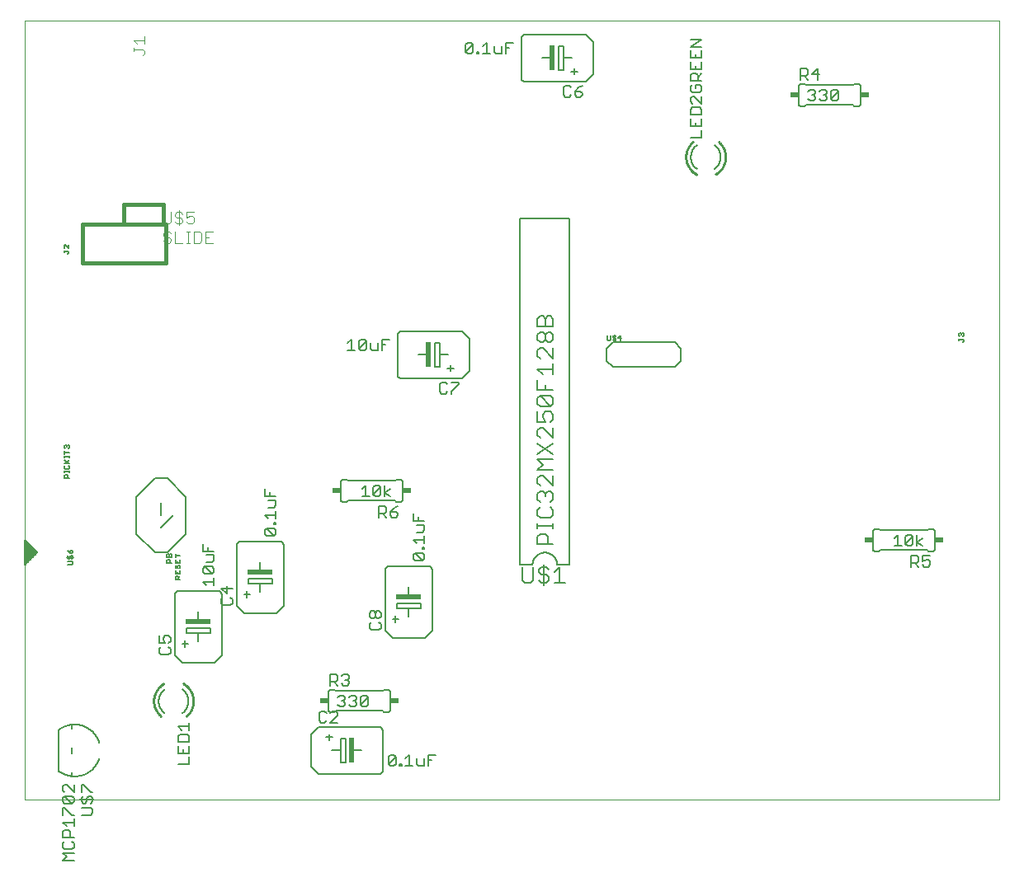
<source format=gto>
G75*
%MOIN*%
%OFA0B0*%
%FSLAX25Y25*%
%IPPOS*%
%LPD*%
%AMOC8*
5,1,8,0,0,1.08239X$1,22.5*
%
%ADD10C,0.00000*%
%ADD11C,0.00600*%
%ADD12C,0.00500*%
%ADD13R,0.02000X0.10000*%
%ADD14R,0.10000X0.02000*%
%ADD15C,0.00400*%
%ADD16C,0.01000*%
%ADD17R,0.03400X0.02400*%
%ADD18C,0.00800*%
%ADD19C,0.00700*%
%ADD20C,0.01600*%
D10*
X0001800Y0027394D02*
X0001800Y0342355D01*
X0395501Y0342355D01*
X0395501Y0027394D01*
X0001800Y0027394D01*
D11*
X0055800Y0067394D02*
X0055802Y0067546D01*
X0055808Y0067697D01*
X0055817Y0067848D01*
X0055831Y0068000D01*
X0055848Y0068150D01*
X0055869Y0068300D01*
X0055894Y0068450D01*
X0055922Y0068599D01*
X0055955Y0068747D01*
X0055991Y0068894D01*
X0056030Y0069041D01*
X0056074Y0069186D01*
X0056121Y0069330D01*
X0056172Y0069473D01*
X0056226Y0069614D01*
X0056284Y0069755D01*
X0056345Y0069893D01*
X0056410Y0070030D01*
X0056479Y0070166D01*
X0056550Y0070299D01*
X0056625Y0070431D01*
X0056704Y0070561D01*
X0056785Y0070688D01*
X0056870Y0070814D01*
X0056958Y0070938D01*
X0057049Y0071059D01*
X0057143Y0071178D01*
X0057241Y0071294D01*
X0057341Y0071408D01*
X0057443Y0071520D01*
X0057549Y0071628D01*
X0057657Y0071734D01*
X0057768Y0071838D01*
X0057882Y0071938D01*
X0057998Y0072036D01*
X0058117Y0072130D01*
X0067800Y0067394D02*
X0067798Y0067240D01*
X0067792Y0067086D01*
X0067782Y0066932D01*
X0067768Y0066778D01*
X0067751Y0066625D01*
X0067729Y0066473D01*
X0067703Y0066321D01*
X0067674Y0066169D01*
X0067640Y0066019D01*
X0067603Y0065869D01*
X0067562Y0065721D01*
X0067517Y0065573D01*
X0067468Y0065427D01*
X0067416Y0065282D01*
X0067360Y0065139D01*
X0067300Y0064996D01*
X0067237Y0064856D01*
X0067170Y0064717D01*
X0067099Y0064580D01*
X0067025Y0064445D01*
X0066948Y0064312D01*
X0066867Y0064180D01*
X0066783Y0064051D01*
X0066695Y0063924D01*
X0066604Y0063800D01*
X0066511Y0063678D01*
X0066413Y0063558D01*
X0066313Y0063441D01*
X0066210Y0063326D01*
X0066104Y0063214D01*
X0065996Y0063105D01*
X0065884Y0062999D01*
X0065770Y0062895D01*
X0065653Y0062795D01*
X0065534Y0062697D01*
X0065412Y0062603D01*
X0065287Y0062512D01*
X0067800Y0067394D02*
X0067798Y0067544D01*
X0067792Y0067695D01*
X0067783Y0067845D01*
X0067770Y0067994D01*
X0067753Y0068144D01*
X0067732Y0068293D01*
X0067708Y0068441D01*
X0067680Y0068589D01*
X0067648Y0068736D01*
X0067613Y0068882D01*
X0067573Y0069027D01*
X0067531Y0069171D01*
X0067484Y0069314D01*
X0067434Y0069456D01*
X0067381Y0069597D01*
X0067324Y0069736D01*
X0067264Y0069874D01*
X0067200Y0070010D01*
X0067133Y0070144D01*
X0067062Y0070277D01*
X0066988Y0070408D01*
X0066911Y0070537D01*
X0066830Y0070664D01*
X0066747Y0070789D01*
X0066660Y0070912D01*
X0066571Y0071033D01*
X0066478Y0071151D01*
X0066382Y0071267D01*
X0066284Y0071381D01*
X0066183Y0071492D01*
X0066078Y0071601D01*
X0065972Y0071706D01*
X0065862Y0071810D01*
X0065750Y0071910D01*
X0065636Y0072008D01*
X0065519Y0072102D01*
X0065400Y0072194D01*
X0055800Y0067394D02*
X0055802Y0067242D01*
X0055808Y0067091D01*
X0055817Y0066940D01*
X0055831Y0066788D01*
X0055848Y0066638D01*
X0055869Y0066488D01*
X0055894Y0066338D01*
X0055922Y0066189D01*
X0055955Y0066041D01*
X0055991Y0065894D01*
X0056030Y0065747D01*
X0056074Y0065602D01*
X0056121Y0065458D01*
X0056172Y0065315D01*
X0056226Y0065174D01*
X0056284Y0065033D01*
X0056345Y0064895D01*
X0056410Y0064758D01*
X0056479Y0064622D01*
X0056550Y0064489D01*
X0056625Y0064357D01*
X0056704Y0064227D01*
X0056785Y0064100D01*
X0056870Y0063974D01*
X0056958Y0063850D01*
X0057049Y0063729D01*
X0057143Y0063610D01*
X0057241Y0063494D01*
X0057341Y0063380D01*
X0057443Y0063268D01*
X0057549Y0063160D01*
X0057657Y0063054D01*
X0057768Y0062950D01*
X0057882Y0062850D01*
X0057998Y0062752D01*
X0058117Y0062658D01*
X0065300Y0082894D02*
X0062300Y0085894D01*
X0062300Y0110394D01*
X0062302Y0110470D01*
X0062308Y0110546D01*
X0062317Y0110621D01*
X0062331Y0110696D01*
X0062348Y0110770D01*
X0062369Y0110843D01*
X0062393Y0110915D01*
X0062422Y0110986D01*
X0062453Y0111055D01*
X0062488Y0111122D01*
X0062527Y0111187D01*
X0062569Y0111251D01*
X0062614Y0111312D01*
X0062662Y0111371D01*
X0062713Y0111427D01*
X0062767Y0111481D01*
X0062823Y0111532D01*
X0062882Y0111580D01*
X0062943Y0111625D01*
X0063007Y0111667D01*
X0063072Y0111706D01*
X0063139Y0111741D01*
X0063208Y0111772D01*
X0063279Y0111801D01*
X0063351Y0111825D01*
X0063424Y0111846D01*
X0063498Y0111863D01*
X0063573Y0111877D01*
X0063648Y0111886D01*
X0063724Y0111892D01*
X0063800Y0111894D01*
X0079800Y0111894D01*
X0079876Y0111892D01*
X0079952Y0111886D01*
X0080027Y0111877D01*
X0080102Y0111863D01*
X0080176Y0111846D01*
X0080249Y0111825D01*
X0080321Y0111801D01*
X0080392Y0111772D01*
X0080461Y0111741D01*
X0080528Y0111706D01*
X0080593Y0111667D01*
X0080657Y0111625D01*
X0080718Y0111580D01*
X0080777Y0111532D01*
X0080833Y0111481D01*
X0080887Y0111427D01*
X0080938Y0111371D01*
X0080986Y0111312D01*
X0081031Y0111251D01*
X0081073Y0111187D01*
X0081112Y0111122D01*
X0081147Y0111055D01*
X0081178Y0110986D01*
X0081207Y0110915D01*
X0081231Y0110843D01*
X0081252Y0110770D01*
X0081269Y0110696D01*
X0081283Y0110621D01*
X0081292Y0110546D01*
X0081298Y0110470D01*
X0081300Y0110394D01*
X0081300Y0085894D01*
X0078300Y0082894D01*
X0065300Y0082894D01*
X0066400Y0089094D02*
X0066400Y0091694D01*
X0065200Y0090394D02*
X0067700Y0090394D01*
X0067000Y0094894D02*
X0071800Y0094894D01*
X0076600Y0094894D01*
X0076600Y0096894D01*
X0067000Y0096894D01*
X0067000Y0094894D01*
X0071800Y0094894D02*
X0071800Y0091394D01*
X0071800Y0099894D02*
X0071800Y0103394D01*
X0087300Y0105894D02*
X0090300Y0102894D01*
X0103300Y0102894D01*
X0106300Y0105894D01*
X0106300Y0130394D01*
X0106298Y0130470D01*
X0106292Y0130546D01*
X0106283Y0130621D01*
X0106269Y0130696D01*
X0106252Y0130770D01*
X0106231Y0130843D01*
X0106207Y0130915D01*
X0106178Y0130986D01*
X0106147Y0131055D01*
X0106112Y0131122D01*
X0106073Y0131187D01*
X0106031Y0131251D01*
X0105986Y0131312D01*
X0105938Y0131371D01*
X0105887Y0131427D01*
X0105833Y0131481D01*
X0105777Y0131532D01*
X0105718Y0131580D01*
X0105657Y0131625D01*
X0105593Y0131667D01*
X0105528Y0131706D01*
X0105461Y0131741D01*
X0105392Y0131772D01*
X0105321Y0131801D01*
X0105249Y0131825D01*
X0105176Y0131846D01*
X0105102Y0131863D01*
X0105027Y0131877D01*
X0104952Y0131886D01*
X0104876Y0131892D01*
X0104800Y0131894D01*
X0088800Y0131894D01*
X0088724Y0131892D01*
X0088648Y0131886D01*
X0088573Y0131877D01*
X0088498Y0131863D01*
X0088424Y0131846D01*
X0088351Y0131825D01*
X0088279Y0131801D01*
X0088208Y0131772D01*
X0088139Y0131741D01*
X0088072Y0131706D01*
X0088007Y0131667D01*
X0087943Y0131625D01*
X0087882Y0131580D01*
X0087823Y0131532D01*
X0087767Y0131481D01*
X0087713Y0131427D01*
X0087662Y0131371D01*
X0087614Y0131312D01*
X0087569Y0131251D01*
X0087527Y0131187D01*
X0087488Y0131122D01*
X0087453Y0131055D01*
X0087422Y0130986D01*
X0087393Y0130915D01*
X0087369Y0130843D01*
X0087348Y0130770D01*
X0087331Y0130696D01*
X0087317Y0130621D01*
X0087308Y0130546D01*
X0087302Y0130470D01*
X0087300Y0130394D01*
X0087300Y0105894D01*
X0091400Y0109094D02*
X0091400Y0111694D01*
X0090200Y0110394D02*
X0092700Y0110394D01*
X0096800Y0111394D02*
X0096800Y0114894D01*
X0092000Y0114894D01*
X0092000Y0116894D01*
X0101600Y0116894D01*
X0101600Y0114894D01*
X0096800Y0114894D01*
X0096800Y0119894D02*
X0096800Y0123394D01*
X0129300Y0148894D02*
X0129300Y0155894D01*
X0129302Y0155954D01*
X0129307Y0156015D01*
X0129316Y0156074D01*
X0129329Y0156133D01*
X0129345Y0156192D01*
X0129365Y0156249D01*
X0129388Y0156304D01*
X0129415Y0156359D01*
X0129444Y0156411D01*
X0129477Y0156462D01*
X0129513Y0156511D01*
X0129551Y0156557D01*
X0129593Y0156601D01*
X0129637Y0156643D01*
X0129683Y0156681D01*
X0129732Y0156717D01*
X0129783Y0156750D01*
X0129835Y0156779D01*
X0129890Y0156806D01*
X0129945Y0156829D01*
X0130002Y0156849D01*
X0130061Y0156865D01*
X0130120Y0156878D01*
X0130179Y0156887D01*
X0130240Y0156892D01*
X0130300Y0156894D01*
X0131800Y0156894D01*
X0132300Y0156394D01*
X0151300Y0156394D01*
X0151800Y0156894D01*
X0153300Y0156894D01*
X0153360Y0156892D01*
X0153421Y0156887D01*
X0153480Y0156878D01*
X0153539Y0156865D01*
X0153598Y0156849D01*
X0153655Y0156829D01*
X0153710Y0156806D01*
X0153765Y0156779D01*
X0153817Y0156750D01*
X0153868Y0156717D01*
X0153917Y0156681D01*
X0153963Y0156643D01*
X0154007Y0156601D01*
X0154049Y0156557D01*
X0154087Y0156511D01*
X0154123Y0156462D01*
X0154156Y0156411D01*
X0154185Y0156359D01*
X0154212Y0156304D01*
X0154235Y0156249D01*
X0154255Y0156192D01*
X0154271Y0156133D01*
X0154284Y0156074D01*
X0154293Y0156015D01*
X0154298Y0155954D01*
X0154300Y0155894D01*
X0154300Y0148894D01*
X0154298Y0148834D01*
X0154293Y0148773D01*
X0154284Y0148714D01*
X0154271Y0148655D01*
X0154255Y0148596D01*
X0154235Y0148539D01*
X0154212Y0148484D01*
X0154185Y0148429D01*
X0154156Y0148377D01*
X0154123Y0148326D01*
X0154087Y0148277D01*
X0154049Y0148231D01*
X0154007Y0148187D01*
X0153963Y0148145D01*
X0153917Y0148107D01*
X0153868Y0148071D01*
X0153817Y0148038D01*
X0153765Y0148009D01*
X0153710Y0147982D01*
X0153655Y0147959D01*
X0153598Y0147939D01*
X0153539Y0147923D01*
X0153480Y0147910D01*
X0153421Y0147901D01*
X0153360Y0147896D01*
X0153300Y0147894D01*
X0151800Y0147894D01*
X0151300Y0148394D01*
X0132300Y0148394D01*
X0131800Y0147894D01*
X0130300Y0147894D01*
X0130240Y0147896D01*
X0130179Y0147901D01*
X0130120Y0147910D01*
X0130061Y0147923D01*
X0130002Y0147939D01*
X0129945Y0147959D01*
X0129890Y0147982D01*
X0129835Y0148009D01*
X0129783Y0148038D01*
X0129732Y0148071D01*
X0129683Y0148107D01*
X0129637Y0148145D01*
X0129593Y0148187D01*
X0129551Y0148231D01*
X0129513Y0148277D01*
X0129477Y0148326D01*
X0129444Y0148377D01*
X0129415Y0148429D01*
X0129388Y0148484D01*
X0129365Y0148539D01*
X0129345Y0148596D01*
X0129329Y0148655D01*
X0129316Y0148714D01*
X0129307Y0148773D01*
X0129302Y0148834D01*
X0129300Y0148894D01*
X0148800Y0121894D02*
X0164800Y0121894D01*
X0164876Y0121892D01*
X0164952Y0121886D01*
X0165027Y0121877D01*
X0165102Y0121863D01*
X0165176Y0121846D01*
X0165249Y0121825D01*
X0165321Y0121801D01*
X0165392Y0121772D01*
X0165461Y0121741D01*
X0165528Y0121706D01*
X0165593Y0121667D01*
X0165657Y0121625D01*
X0165718Y0121580D01*
X0165777Y0121532D01*
X0165833Y0121481D01*
X0165887Y0121427D01*
X0165938Y0121371D01*
X0165986Y0121312D01*
X0166031Y0121251D01*
X0166073Y0121187D01*
X0166112Y0121122D01*
X0166147Y0121055D01*
X0166178Y0120986D01*
X0166207Y0120915D01*
X0166231Y0120843D01*
X0166252Y0120770D01*
X0166269Y0120696D01*
X0166283Y0120621D01*
X0166292Y0120546D01*
X0166298Y0120470D01*
X0166300Y0120394D01*
X0166300Y0095894D01*
X0163300Y0092894D01*
X0150300Y0092894D01*
X0147300Y0095894D01*
X0147300Y0120394D01*
X0147302Y0120470D01*
X0147308Y0120546D01*
X0147317Y0120621D01*
X0147331Y0120696D01*
X0147348Y0120770D01*
X0147369Y0120843D01*
X0147393Y0120915D01*
X0147422Y0120986D01*
X0147453Y0121055D01*
X0147488Y0121122D01*
X0147527Y0121187D01*
X0147569Y0121251D01*
X0147614Y0121312D01*
X0147662Y0121371D01*
X0147713Y0121427D01*
X0147767Y0121481D01*
X0147823Y0121532D01*
X0147882Y0121580D01*
X0147943Y0121625D01*
X0148007Y0121667D01*
X0148072Y0121706D01*
X0148139Y0121741D01*
X0148208Y0121772D01*
X0148279Y0121801D01*
X0148351Y0121825D01*
X0148424Y0121846D01*
X0148498Y0121863D01*
X0148573Y0121877D01*
X0148648Y0121886D01*
X0148724Y0121892D01*
X0148800Y0121894D01*
X0156800Y0113394D02*
X0156800Y0109894D01*
X0156800Y0104894D02*
X0152000Y0104894D01*
X0152000Y0106894D01*
X0161600Y0106894D01*
X0161600Y0104894D01*
X0156800Y0104894D01*
X0156800Y0101394D01*
X0152700Y0100394D02*
X0150200Y0100394D01*
X0151400Y0101694D02*
X0151400Y0099094D01*
X0148300Y0071894D02*
X0146800Y0071894D01*
X0146300Y0071394D01*
X0127300Y0071394D01*
X0126800Y0071894D01*
X0125300Y0071894D01*
X0125240Y0071892D01*
X0125179Y0071887D01*
X0125120Y0071878D01*
X0125061Y0071865D01*
X0125002Y0071849D01*
X0124945Y0071829D01*
X0124890Y0071806D01*
X0124835Y0071779D01*
X0124783Y0071750D01*
X0124732Y0071717D01*
X0124683Y0071681D01*
X0124637Y0071643D01*
X0124593Y0071601D01*
X0124551Y0071557D01*
X0124513Y0071511D01*
X0124477Y0071462D01*
X0124444Y0071411D01*
X0124415Y0071359D01*
X0124388Y0071304D01*
X0124365Y0071249D01*
X0124345Y0071192D01*
X0124329Y0071133D01*
X0124316Y0071074D01*
X0124307Y0071015D01*
X0124302Y0070954D01*
X0124300Y0070894D01*
X0124300Y0063894D01*
X0124302Y0063834D01*
X0124307Y0063773D01*
X0124316Y0063714D01*
X0124329Y0063655D01*
X0124345Y0063596D01*
X0124365Y0063539D01*
X0124388Y0063484D01*
X0124415Y0063429D01*
X0124444Y0063377D01*
X0124477Y0063326D01*
X0124513Y0063277D01*
X0124551Y0063231D01*
X0124593Y0063187D01*
X0124637Y0063145D01*
X0124683Y0063107D01*
X0124732Y0063071D01*
X0124783Y0063038D01*
X0124835Y0063009D01*
X0124890Y0062982D01*
X0124945Y0062959D01*
X0125002Y0062939D01*
X0125061Y0062923D01*
X0125120Y0062910D01*
X0125179Y0062901D01*
X0125240Y0062896D01*
X0125300Y0062894D01*
X0126800Y0062894D01*
X0127300Y0063394D01*
X0146300Y0063394D01*
X0146800Y0062894D01*
X0148300Y0062894D01*
X0148360Y0062896D01*
X0148421Y0062901D01*
X0148480Y0062910D01*
X0148539Y0062923D01*
X0148598Y0062939D01*
X0148655Y0062959D01*
X0148710Y0062982D01*
X0148765Y0063009D01*
X0148817Y0063038D01*
X0148868Y0063071D01*
X0148917Y0063107D01*
X0148963Y0063145D01*
X0149007Y0063187D01*
X0149049Y0063231D01*
X0149087Y0063277D01*
X0149123Y0063326D01*
X0149156Y0063377D01*
X0149185Y0063429D01*
X0149212Y0063484D01*
X0149235Y0063539D01*
X0149255Y0063596D01*
X0149271Y0063655D01*
X0149284Y0063714D01*
X0149293Y0063773D01*
X0149298Y0063834D01*
X0149300Y0063894D01*
X0149300Y0070894D01*
X0149298Y0070954D01*
X0149293Y0071015D01*
X0149284Y0071074D01*
X0149271Y0071133D01*
X0149255Y0071192D01*
X0149235Y0071249D01*
X0149212Y0071304D01*
X0149185Y0071359D01*
X0149156Y0071411D01*
X0149123Y0071462D01*
X0149087Y0071511D01*
X0149049Y0071557D01*
X0149007Y0071601D01*
X0148963Y0071643D01*
X0148917Y0071681D01*
X0148868Y0071717D01*
X0148817Y0071750D01*
X0148765Y0071779D01*
X0148710Y0071806D01*
X0148655Y0071829D01*
X0148598Y0071849D01*
X0148539Y0071865D01*
X0148480Y0071878D01*
X0148421Y0071887D01*
X0148360Y0071892D01*
X0148300Y0071894D01*
X0144800Y0056894D02*
X0120300Y0056894D01*
X0117300Y0053894D01*
X0117300Y0040894D01*
X0120300Y0037894D01*
X0144800Y0037894D01*
X0144876Y0037896D01*
X0144952Y0037902D01*
X0145027Y0037911D01*
X0145102Y0037925D01*
X0145176Y0037942D01*
X0145249Y0037963D01*
X0145321Y0037987D01*
X0145392Y0038016D01*
X0145461Y0038047D01*
X0145528Y0038082D01*
X0145593Y0038121D01*
X0145657Y0038163D01*
X0145718Y0038208D01*
X0145777Y0038256D01*
X0145833Y0038307D01*
X0145887Y0038361D01*
X0145938Y0038417D01*
X0145986Y0038476D01*
X0146031Y0038537D01*
X0146073Y0038601D01*
X0146112Y0038666D01*
X0146147Y0038733D01*
X0146178Y0038802D01*
X0146207Y0038873D01*
X0146231Y0038945D01*
X0146252Y0039018D01*
X0146269Y0039092D01*
X0146283Y0039167D01*
X0146292Y0039242D01*
X0146298Y0039318D01*
X0146300Y0039394D01*
X0146300Y0055394D01*
X0146298Y0055470D01*
X0146292Y0055546D01*
X0146283Y0055621D01*
X0146269Y0055696D01*
X0146252Y0055770D01*
X0146231Y0055843D01*
X0146207Y0055915D01*
X0146178Y0055986D01*
X0146147Y0056055D01*
X0146112Y0056122D01*
X0146073Y0056187D01*
X0146031Y0056251D01*
X0145986Y0056312D01*
X0145938Y0056371D01*
X0145887Y0056427D01*
X0145833Y0056481D01*
X0145777Y0056532D01*
X0145718Y0056580D01*
X0145657Y0056625D01*
X0145593Y0056667D01*
X0145528Y0056706D01*
X0145461Y0056741D01*
X0145392Y0056772D01*
X0145321Y0056801D01*
X0145249Y0056825D01*
X0145176Y0056846D01*
X0145102Y0056863D01*
X0145027Y0056877D01*
X0144952Y0056886D01*
X0144876Y0056892D01*
X0144800Y0056894D01*
X0137800Y0047394D02*
X0134300Y0047394D01*
X0129300Y0047394D02*
X0129300Y0042594D01*
X0131300Y0042594D01*
X0131300Y0052194D01*
X0129300Y0052194D01*
X0129300Y0047394D01*
X0125800Y0047394D01*
X0124800Y0051494D02*
X0124800Y0053994D01*
X0126100Y0052794D02*
X0123500Y0052794D01*
X0201800Y0122394D02*
X0201800Y0262394D01*
X0221800Y0262394D01*
X0221800Y0122894D01*
X0221800Y0122394D02*
X0216800Y0122394D01*
X0216798Y0122534D01*
X0216792Y0122674D01*
X0216782Y0122814D01*
X0216769Y0122954D01*
X0216751Y0123093D01*
X0216729Y0123232D01*
X0216704Y0123369D01*
X0216675Y0123507D01*
X0216642Y0123643D01*
X0216605Y0123778D01*
X0216564Y0123912D01*
X0216519Y0124045D01*
X0216471Y0124177D01*
X0216419Y0124307D01*
X0216364Y0124436D01*
X0216305Y0124563D01*
X0216242Y0124689D01*
X0216176Y0124813D01*
X0216107Y0124934D01*
X0216034Y0125054D01*
X0215957Y0125172D01*
X0215878Y0125287D01*
X0215795Y0125401D01*
X0215709Y0125511D01*
X0215620Y0125620D01*
X0215528Y0125726D01*
X0215433Y0125829D01*
X0215336Y0125930D01*
X0215235Y0126027D01*
X0215132Y0126122D01*
X0215026Y0126214D01*
X0214917Y0126303D01*
X0214807Y0126389D01*
X0214693Y0126472D01*
X0214578Y0126551D01*
X0214460Y0126628D01*
X0214340Y0126701D01*
X0214219Y0126770D01*
X0214095Y0126836D01*
X0213969Y0126899D01*
X0213842Y0126958D01*
X0213713Y0127013D01*
X0213583Y0127065D01*
X0213451Y0127113D01*
X0213318Y0127158D01*
X0213184Y0127199D01*
X0213049Y0127236D01*
X0212913Y0127269D01*
X0212775Y0127298D01*
X0212638Y0127323D01*
X0212499Y0127345D01*
X0212360Y0127363D01*
X0212220Y0127376D01*
X0212080Y0127386D01*
X0211940Y0127392D01*
X0211800Y0127394D01*
X0211660Y0127392D01*
X0211520Y0127386D01*
X0211380Y0127376D01*
X0211240Y0127363D01*
X0211101Y0127345D01*
X0210962Y0127323D01*
X0210825Y0127298D01*
X0210687Y0127269D01*
X0210551Y0127236D01*
X0210416Y0127199D01*
X0210282Y0127158D01*
X0210149Y0127113D01*
X0210017Y0127065D01*
X0209887Y0127013D01*
X0209758Y0126958D01*
X0209631Y0126899D01*
X0209505Y0126836D01*
X0209381Y0126770D01*
X0209260Y0126701D01*
X0209140Y0126628D01*
X0209022Y0126551D01*
X0208907Y0126472D01*
X0208793Y0126389D01*
X0208683Y0126303D01*
X0208574Y0126214D01*
X0208468Y0126122D01*
X0208365Y0126027D01*
X0208264Y0125930D01*
X0208167Y0125829D01*
X0208072Y0125726D01*
X0207980Y0125620D01*
X0207891Y0125511D01*
X0207805Y0125401D01*
X0207722Y0125287D01*
X0207643Y0125172D01*
X0207566Y0125054D01*
X0207493Y0124934D01*
X0207424Y0124813D01*
X0207358Y0124689D01*
X0207295Y0124563D01*
X0207236Y0124436D01*
X0207181Y0124307D01*
X0207129Y0124177D01*
X0207081Y0124045D01*
X0207036Y0123912D01*
X0206995Y0123778D01*
X0206958Y0123643D01*
X0206925Y0123507D01*
X0206896Y0123369D01*
X0206871Y0123232D01*
X0206849Y0123093D01*
X0206831Y0122954D01*
X0206818Y0122814D01*
X0206808Y0122674D01*
X0206802Y0122534D01*
X0206800Y0122394D01*
X0201800Y0122394D01*
X0178300Y0197894D02*
X0153800Y0197894D01*
X0153724Y0197896D01*
X0153648Y0197902D01*
X0153573Y0197911D01*
X0153498Y0197925D01*
X0153424Y0197942D01*
X0153351Y0197963D01*
X0153279Y0197987D01*
X0153208Y0198016D01*
X0153139Y0198047D01*
X0153072Y0198082D01*
X0153007Y0198121D01*
X0152943Y0198163D01*
X0152882Y0198208D01*
X0152823Y0198256D01*
X0152767Y0198307D01*
X0152713Y0198361D01*
X0152662Y0198417D01*
X0152614Y0198476D01*
X0152569Y0198537D01*
X0152527Y0198601D01*
X0152488Y0198666D01*
X0152453Y0198733D01*
X0152422Y0198802D01*
X0152393Y0198873D01*
X0152369Y0198945D01*
X0152348Y0199018D01*
X0152331Y0199092D01*
X0152317Y0199167D01*
X0152308Y0199242D01*
X0152302Y0199318D01*
X0152300Y0199394D01*
X0152300Y0215394D01*
X0152302Y0215470D01*
X0152308Y0215546D01*
X0152317Y0215621D01*
X0152331Y0215696D01*
X0152348Y0215770D01*
X0152369Y0215843D01*
X0152393Y0215915D01*
X0152422Y0215986D01*
X0152453Y0216055D01*
X0152488Y0216122D01*
X0152527Y0216187D01*
X0152569Y0216251D01*
X0152614Y0216312D01*
X0152662Y0216371D01*
X0152713Y0216427D01*
X0152767Y0216481D01*
X0152823Y0216532D01*
X0152882Y0216580D01*
X0152943Y0216625D01*
X0153007Y0216667D01*
X0153072Y0216706D01*
X0153139Y0216741D01*
X0153208Y0216772D01*
X0153279Y0216801D01*
X0153351Y0216825D01*
X0153424Y0216846D01*
X0153498Y0216863D01*
X0153573Y0216877D01*
X0153648Y0216886D01*
X0153724Y0216892D01*
X0153800Y0216894D01*
X0178300Y0216894D01*
X0181300Y0213894D01*
X0181300Y0200894D01*
X0178300Y0197894D01*
X0175100Y0201994D02*
X0172500Y0201994D01*
X0173800Y0200794D02*
X0173800Y0203294D01*
X0172800Y0207394D02*
X0169300Y0207394D01*
X0169300Y0202594D01*
X0167300Y0202594D01*
X0167300Y0212194D01*
X0169300Y0212194D01*
X0169300Y0207394D01*
X0164300Y0207394D02*
X0160800Y0207394D01*
X0270800Y0287394D02*
X0270802Y0287548D01*
X0270808Y0287702D01*
X0270818Y0287856D01*
X0270832Y0288010D01*
X0270849Y0288163D01*
X0270871Y0288315D01*
X0270897Y0288467D01*
X0270926Y0288619D01*
X0270960Y0288769D01*
X0270997Y0288919D01*
X0271038Y0289067D01*
X0271083Y0289215D01*
X0271132Y0289361D01*
X0271184Y0289506D01*
X0271240Y0289649D01*
X0271300Y0289792D01*
X0271363Y0289932D01*
X0271430Y0290071D01*
X0271501Y0290208D01*
X0271575Y0290343D01*
X0271652Y0290476D01*
X0271733Y0290608D01*
X0271817Y0290737D01*
X0271905Y0290864D01*
X0271996Y0290988D01*
X0272089Y0291110D01*
X0272187Y0291230D01*
X0272287Y0291347D01*
X0272390Y0291462D01*
X0272496Y0291574D01*
X0272604Y0291683D01*
X0272716Y0291789D01*
X0272830Y0291893D01*
X0272947Y0291993D01*
X0273066Y0292091D01*
X0273188Y0292185D01*
X0273313Y0292276D01*
X0282800Y0287394D02*
X0282798Y0287242D01*
X0282792Y0287091D01*
X0282783Y0286940D01*
X0282769Y0286788D01*
X0282752Y0286638D01*
X0282731Y0286488D01*
X0282706Y0286338D01*
X0282678Y0286189D01*
X0282645Y0286041D01*
X0282609Y0285894D01*
X0282570Y0285747D01*
X0282526Y0285602D01*
X0282479Y0285458D01*
X0282428Y0285315D01*
X0282374Y0285174D01*
X0282316Y0285033D01*
X0282255Y0284895D01*
X0282190Y0284758D01*
X0282121Y0284622D01*
X0282050Y0284489D01*
X0281975Y0284357D01*
X0281896Y0284227D01*
X0281815Y0284100D01*
X0281730Y0283974D01*
X0281642Y0283850D01*
X0281551Y0283729D01*
X0281457Y0283610D01*
X0281359Y0283494D01*
X0281259Y0283380D01*
X0281157Y0283268D01*
X0281051Y0283160D01*
X0280943Y0283054D01*
X0280832Y0282950D01*
X0280718Y0282850D01*
X0280602Y0282752D01*
X0280483Y0282658D01*
X0282800Y0287394D02*
X0282798Y0287546D01*
X0282792Y0287697D01*
X0282783Y0287848D01*
X0282769Y0288000D01*
X0282752Y0288150D01*
X0282731Y0288300D01*
X0282706Y0288450D01*
X0282678Y0288599D01*
X0282645Y0288747D01*
X0282609Y0288894D01*
X0282570Y0289041D01*
X0282526Y0289186D01*
X0282479Y0289330D01*
X0282428Y0289473D01*
X0282374Y0289614D01*
X0282316Y0289755D01*
X0282255Y0289893D01*
X0282190Y0290030D01*
X0282121Y0290166D01*
X0282050Y0290299D01*
X0281975Y0290431D01*
X0281896Y0290561D01*
X0281815Y0290688D01*
X0281730Y0290814D01*
X0281642Y0290938D01*
X0281551Y0291059D01*
X0281457Y0291178D01*
X0281359Y0291294D01*
X0281259Y0291408D01*
X0281157Y0291520D01*
X0281051Y0291628D01*
X0280943Y0291734D01*
X0280832Y0291838D01*
X0280718Y0291938D01*
X0280602Y0292036D01*
X0280483Y0292130D01*
X0270800Y0287394D02*
X0270802Y0287244D01*
X0270808Y0287093D01*
X0270817Y0286943D01*
X0270830Y0286794D01*
X0270847Y0286644D01*
X0270868Y0286495D01*
X0270892Y0286347D01*
X0270920Y0286199D01*
X0270952Y0286052D01*
X0270987Y0285906D01*
X0271027Y0285761D01*
X0271069Y0285617D01*
X0271116Y0285474D01*
X0271166Y0285332D01*
X0271219Y0285191D01*
X0271276Y0285052D01*
X0271336Y0284914D01*
X0271400Y0284778D01*
X0271467Y0284644D01*
X0271538Y0284511D01*
X0271612Y0284380D01*
X0271689Y0284251D01*
X0271770Y0284124D01*
X0271853Y0283999D01*
X0271940Y0283876D01*
X0272029Y0283755D01*
X0272122Y0283637D01*
X0272218Y0283521D01*
X0272316Y0283407D01*
X0272417Y0283296D01*
X0272522Y0283187D01*
X0272628Y0283082D01*
X0272738Y0282978D01*
X0272850Y0282878D01*
X0272964Y0282780D01*
X0273081Y0282686D01*
X0273200Y0282594D01*
X0314300Y0308894D02*
X0314300Y0315894D01*
X0314302Y0315954D01*
X0314307Y0316015D01*
X0314316Y0316074D01*
X0314329Y0316133D01*
X0314345Y0316192D01*
X0314365Y0316249D01*
X0314388Y0316304D01*
X0314415Y0316359D01*
X0314444Y0316411D01*
X0314477Y0316462D01*
X0314513Y0316511D01*
X0314551Y0316557D01*
X0314593Y0316601D01*
X0314637Y0316643D01*
X0314683Y0316681D01*
X0314732Y0316717D01*
X0314783Y0316750D01*
X0314835Y0316779D01*
X0314890Y0316806D01*
X0314945Y0316829D01*
X0315002Y0316849D01*
X0315061Y0316865D01*
X0315120Y0316878D01*
X0315179Y0316887D01*
X0315240Y0316892D01*
X0315300Y0316894D01*
X0316800Y0316894D01*
X0317300Y0316394D01*
X0336300Y0316394D01*
X0336800Y0316894D01*
X0338300Y0316894D01*
X0338360Y0316892D01*
X0338421Y0316887D01*
X0338480Y0316878D01*
X0338539Y0316865D01*
X0338598Y0316849D01*
X0338655Y0316829D01*
X0338710Y0316806D01*
X0338765Y0316779D01*
X0338817Y0316750D01*
X0338868Y0316717D01*
X0338917Y0316681D01*
X0338963Y0316643D01*
X0339007Y0316601D01*
X0339049Y0316557D01*
X0339087Y0316511D01*
X0339123Y0316462D01*
X0339156Y0316411D01*
X0339185Y0316359D01*
X0339212Y0316304D01*
X0339235Y0316249D01*
X0339255Y0316192D01*
X0339271Y0316133D01*
X0339284Y0316074D01*
X0339293Y0316015D01*
X0339298Y0315954D01*
X0339300Y0315894D01*
X0339300Y0308894D01*
X0339298Y0308834D01*
X0339293Y0308773D01*
X0339284Y0308714D01*
X0339271Y0308655D01*
X0339255Y0308596D01*
X0339235Y0308539D01*
X0339212Y0308484D01*
X0339185Y0308429D01*
X0339156Y0308377D01*
X0339123Y0308326D01*
X0339087Y0308277D01*
X0339049Y0308231D01*
X0339007Y0308187D01*
X0338963Y0308145D01*
X0338917Y0308107D01*
X0338868Y0308071D01*
X0338817Y0308038D01*
X0338765Y0308009D01*
X0338710Y0307982D01*
X0338655Y0307959D01*
X0338598Y0307939D01*
X0338539Y0307923D01*
X0338480Y0307910D01*
X0338421Y0307901D01*
X0338360Y0307896D01*
X0338300Y0307894D01*
X0336800Y0307894D01*
X0336300Y0308394D01*
X0317300Y0308394D01*
X0316800Y0307894D01*
X0315300Y0307894D01*
X0315240Y0307896D01*
X0315179Y0307901D01*
X0315120Y0307910D01*
X0315061Y0307923D01*
X0315002Y0307939D01*
X0314945Y0307959D01*
X0314890Y0307982D01*
X0314835Y0308009D01*
X0314783Y0308038D01*
X0314732Y0308071D01*
X0314683Y0308107D01*
X0314637Y0308145D01*
X0314593Y0308187D01*
X0314551Y0308231D01*
X0314513Y0308277D01*
X0314477Y0308326D01*
X0314444Y0308377D01*
X0314415Y0308429D01*
X0314388Y0308484D01*
X0314365Y0308539D01*
X0314345Y0308596D01*
X0314329Y0308655D01*
X0314316Y0308714D01*
X0314307Y0308773D01*
X0314302Y0308834D01*
X0314300Y0308894D01*
X0231300Y0320894D02*
X0231300Y0333894D01*
X0228300Y0336894D01*
X0203800Y0336894D01*
X0203724Y0336892D01*
X0203648Y0336886D01*
X0203573Y0336877D01*
X0203498Y0336863D01*
X0203424Y0336846D01*
X0203351Y0336825D01*
X0203279Y0336801D01*
X0203208Y0336772D01*
X0203139Y0336741D01*
X0203072Y0336706D01*
X0203007Y0336667D01*
X0202943Y0336625D01*
X0202882Y0336580D01*
X0202823Y0336532D01*
X0202767Y0336481D01*
X0202713Y0336427D01*
X0202662Y0336371D01*
X0202614Y0336312D01*
X0202569Y0336251D01*
X0202527Y0336187D01*
X0202488Y0336122D01*
X0202453Y0336055D01*
X0202422Y0335986D01*
X0202393Y0335915D01*
X0202369Y0335843D01*
X0202348Y0335770D01*
X0202331Y0335696D01*
X0202317Y0335621D01*
X0202308Y0335546D01*
X0202302Y0335470D01*
X0202300Y0335394D01*
X0202300Y0319394D01*
X0202302Y0319318D01*
X0202308Y0319242D01*
X0202317Y0319167D01*
X0202331Y0319092D01*
X0202348Y0319018D01*
X0202369Y0318945D01*
X0202393Y0318873D01*
X0202422Y0318802D01*
X0202453Y0318733D01*
X0202488Y0318666D01*
X0202527Y0318601D01*
X0202569Y0318537D01*
X0202614Y0318476D01*
X0202662Y0318417D01*
X0202713Y0318361D01*
X0202767Y0318307D01*
X0202823Y0318256D01*
X0202882Y0318208D01*
X0202943Y0318163D01*
X0203007Y0318121D01*
X0203072Y0318082D01*
X0203139Y0318047D01*
X0203208Y0318016D01*
X0203279Y0317987D01*
X0203351Y0317963D01*
X0203424Y0317942D01*
X0203498Y0317925D01*
X0203573Y0317911D01*
X0203648Y0317902D01*
X0203724Y0317896D01*
X0203800Y0317894D01*
X0228300Y0317894D01*
X0231300Y0320894D01*
X0225100Y0321994D02*
X0222500Y0321994D01*
X0223800Y0320794D02*
X0223800Y0323294D01*
X0219300Y0322594D02*
X0219300Y0327394D01*
X0219300Y0332194D01*
X0217300Y0332194D01*
X0217300Y0322594D01*
X0219300Y0322594D01*
X0219300Y0327394D02*
X0222800Y0327394D01*
X0214300Y0327394D02*
X0210800Y0327394D01*
X0345300Y0136894D02*
X0346800Y0136894D01*
X0347300Y0136394D01*
X0366300Y0136394D01*
X0366800Y0136894D01*
X0368300Y0136894D01*
X0368360Y0136892D01*
X0368421Y0136887D01*
X0368480Y0136878D01*
X0368539Y0136865D01*
X0368598Y0136849D01*
X0368655Y0136829D01*
X0368710Y0136806D01*
X0368765Y0136779D01*
X0368817Y0136750D01*
X0368868Y0136717D01*
X0368917Y0136681D01*
X0368963Y0136643D01*
X0369007Y0136601D01*
X0369049Y0136557D01*
X0369087Y0136511D01*
X0369123Y0136462D01*
X0369156Y0136411D01*
X0369185Y0136359D01*
X0369212Y0136304D01*
X0369235Y0136249D01*
X0369255Y0136192D01*
X0369271Y0136133D01*
X0369284Y0136074D01*
X0369293Y0136015D01*
X0369298Y0135954D01*
X0369300Y0135894D01*
X0369300Y0128894D01*
X0369298Y0128834D01*
X0369293Y0128773D01*
X0369284Y0128714D01*
X0369271Y0128655D01*
X0369255Y0128596D01*
X0369235Y0128539D01*
X0369212Y0128484D01*
X0369185Y0128429D01*
X0369156Y0128377D01*
X0369123Y0128326D01*
X0369087Y0128277D01*
X0369049Y0128231D01*
X0369007Y0128187D01*
X0368963Y0128145D01*
X0368917Y0128107D01*
X0368868Y0128071D01*
X0368817Y0128038D01*
X0368765Y0128009D01*
X0368710Y0127982D01*
X0368655Y0127959D01*
X0368598Y0127939D01*
X0368539Y0127923D01*
X0368480Y0127910D01*
X0368421Y0127901D01*
X0368360Y0127896D01*
X0368300Y0127894D01*
X0366800Y0127894D01*
X0366300Y0128394D01*
X0347300Y0128394D01*
X0346800Y0127894D01*
X0345300Y0127894D01*
X0345240Y0127896D01*
X0345179Y0127901D01*
X0345120Y0127910D01*
X0345061Y0127923D01*
X0345002Y0127939D01*
X0344945Y0127959D01*
X0344890Y0127982D01*
X0344835Y0128009D01*
X0344783Y0128038D01*
X0344732Y0128071D01*
X0344683Y0128107D01*
X0344637Y0128145D01*
X0344593Y0128187D01*
X0344551Y0128231D01*
X0344513Y0128277D01*
X0344477Y0128326D01*
X0344444Y0128377D01*
X0344415Y0128429D01*
X0344388Y0128484D01*
X0344365Y0128539D01*
X0344345Y0128596D01*
X0344329Y0128655D01*
X0344316Y0128714D01*
X0344307Y0128773D01*
X0344302Y0128834D01*
X0344300Y0128894D01*
X0344300Y0135894D01*
X0344302Y0135954D01*
X0344307Y0136015D01*
X0344316Y0136074D01*
X0344329Y0136133D01*
X0344345Y0136192D01*
X0344365Y0136249D01*
X0344388Y0136304D01*
X0344415Y0136359D01*
X0344444Y0136411D01*
X0344477Y0136462D01*
X0344513Y0136511D01*
X0344551Y0136557D01*
X0344593Y0136601D01*
X0344637Y0136643D01*
X0344683Y0136681D01*
X0344732Y0136717D01*
X0344783Y0136750D01*
X0344835Y0136779D01*
X0344890Y0136806D01*
X0344945Y0136829D01*
X0345002Y0136849D01*
X0345061Y0136865D01*
X0345120Y0136878D01*
X0345179Y0136887D01*
X0345240Y0136892D01*
X0345300Y0136894D01*
D12*
X0018547Y0004418D02*
X0017046Y0002917D01*
X0021550Y0002917D01*
X0021550Y0005919D02*
X0017046Y0005919D01*
X0018547Y0004418D01*
X0017797Y0007521D02*
X0020799Y0007521D01*
X0021550Y0008271D01*
X0021550Y0009773D01*
X0020799Y0010523D01*
X0020049Y0012125D02*
X0020049Y0014376D01*
X0019298Y0015127D01*
X0017797Y0015127D01*
X0017046Y0014376D01*
X0017046Y0012125D01*
X0021550Y0012125D01*
X0017797Y0010523D02*
X0017046Y0009773D01*
X0017046Y0008271D01*
X0017797Y0007521D01*
X0018547Y0016728D02*
X0017046Y0018230D01*
X0021550Y0018230D01*
X0021550Y0019731D02*
X0021550Y0016728D01*
X0021550Y0021332D02*
X0020799Y0021332D01*
X0017797Y0024335D01*
X0017046Y0024335D01*
X0017046Y0021332D01*
X0017797Y0025936D02*
X0017046Y0026687D01*
X0017046Y0028188D01*
X0017797Y0028939D01*
X0020799Y0025936D01*
X0021550Y0026687D01*
X0021550Y0028188D01*
X0020799Y0028939D01*
X0017797Y0028939D01*
X0017797Y0030540D02*
X0017046Y0031291D01*
X0017046Y0032792D01*
X0017797Y0033543D01*
X0018547Y0033543D01*
X0021550Y0030540D01*
X0021550Y0033543D01*
X0024546Y0033543D02*
X0024546Y0030540D01*
X0025297Y0028939D02*
X0024546Y0028188D01*
X0024546Y0026687D01*
X0025297Y0025936D01*
X0026047Y0025936D01*
X0026798Y0026687D01*
X0026798Y0028188D01*
X0027549Y0028939D01*
X0028299Y0028939D01*
X0029050Y0028188D01*
X0029050Y0026687D01*
X0028299Y0025936D01*
X0028299Y0024335D02*
X0024546Y0024335D01*
X0024546Y0021332D02*
X0028299Y0021332D01*
X0029050Y0022083D01*
X0029050Y0023584D01*
X0028299Y0024335D01*
X0029801Y0027438D02*
X0023796Y0027438D01*
X0020799Y0025936D02*
X0017797Y0025936D01*
X0024546Y0033543D02*
X0025297Y0033543D01*
X0028299Y0030540D01*
X0029050Y0030540D01*
X0020800Y0036942D02*
X0020800Y0038521D01*
X0015300Y0039148D02*
X0015300Y0055640D01*
X0020800Y0056267D02*
X0020800Y0057847D01*
X0020800Y0048521D02*
X0020800Y0046267D01*
X0015300Y0055640D02*
X0015499Y0055793D01*
X0015701Y0055941D01*
X0015906Y0056084D01*
X0016115Y0056222D01*
X0016327Y0056355D01*
X0016542Y0056483D01*
X0016760Y0056605D01*
X0016981Y0056723D01*
X0017205Y0056835D01*
X0017431Y0056942D01*
X0017660Y0057043D01*
X0017891Y0057139D01*
X0018125Y0057230D01*
X0018360Y0057315D01*
X0018598Y0057394D01*
X0018837Y0057467D01*
X0019078Y0057535D01*
X0019320Y0057597D01*
X0019564Y0057653D01*
X0019810Y0057704D01*
X0020056Y0057748D01*
X0020303Y0057787D01*
X0020551Y0057819D01*
X0020800Y0057846D01*
X0031833Y0044298D02*
X0031755Y0044056D01*
X0031671Y0043816D01*
X0031582Y0043578D01*
X0031486Y0043342D01*
X0031385Y0043108D01*
X0031279Y0042877D01*
X0031166Y0042649D01*
X0031049Y0042423D01*
X0030926Y0042200D01*
X0030797Y0041981D01*
X0030663Y0041764D01*
X0030524Y0041551D01*
X0030380Y0041341D01*
X0030231Y0041135D01*
X0030077Y0040933D01*
X0029918Y0040734D01*
X0029754Y0040539D01*
X0029585Y0040348D01*
X0029412Y0040162D01*
X0029235Y0039979D01*
X0029053Y0039801D01*
X0028867Y0039628D01*
X0028676Y0039459D01*
X0028482Y0039295D01*
X0028284Y0039135D01*
X0028082Y0038980D01*
X0027876Y0038831D01*
X0027667Y0038686D01*
X0027454Y0038546D01*
X0027238Y0038412D01*
X0027018Y0038283D01*
X0026796Y0038159D01*
X0026571Y0038040D01*
X0026343Y0037928D01*
X0026112Y0037820D01*
X0025879Y0037719D01*
X0025643Y0037623D01*
X0025405Y0037532D01*
X0025165Y0037448D01*
X0024923Y0037369D01*
X0024679Y0037296D01*
X0024433Y0037230D01*
X0024186Y0037169D01*
X0023938Y0037114D01*
X0023688Y0037065D01*
X0023437Y0037022D01*
X0023185Y0036986D01*
X0022933Y0036955D01*
X0022679Y0036931D01*
X0022426Y0036913D01*
X0022171Y0036901D01*
X0021917Y0036895D01*
X0021662Y0036895D01*
X0021408Y0036901D01*
X0021154Y0036914D01*
X0020900Y0036933D01*
X0020647Y0036958D01*
X0020394Y0036989D01*
X0020142Y0037026D01*
X0019892Y0037069D01*
X0019642Y0037118D01*
X0019393Y0037173D01*
X0019146Y0037235D01*
X0018901Y0037302D01*
X0018657Y0037375D01*
X0018415Y0037454D01*
X0018176Y0037539D01*
X0017938Y0037630D01*
X0017702Y0037727D01*
X0017469Y0037829D01*
X0017239Y0037937D01*
X0017011Y0038050D01*
X0016786Y0038169D01*
X0016564Y0038293D01*
X0016345Y0038422D01*
X0016129Y0038557D01*
X0015916Y0038697D01*
X0015707Y0038843D01*
X0015502Y0038993D01*
X0015300Y0039148D01*
X0020800Y0057846D02*
X0021055Y0057868D01*
X0021311Y0057883D01*
X0021567Y0057891D01*
X0021824Y0057894D01*
X0022080Y0057890D01*
X0022336Y0057880D01*
X0022592Y0057864D01*
X0022847Y0057842D01*
X0023102Y0057813D01*
X0023356Y0057778D01*
X0023609Y0057737D01*
X0023861Y0057690D01*
X0024111Y0057636D01*
X0024360Y0057577D01*
X0024608Y0057511D01*
X0024854Y0057440D01*
X0025099Y0057362D01*
X0025341Y0057279D01*
X0025581Y0057190D01*
X0025819Y0057094D01*
X0026055Y0056993D01*
X0026288Y0056887D01*
X0026518Y0056774D01*
X0026746Y0056656D01*
X0026970Y0056533D01*
X0027192Y0056404D01*
X0027410Y0056270D01*
X0027625Y0056130D01*
X0027836Y0055985D01*
X0028044Y0055835D01*
X0028248Y0055681D01*
X0028449Y0055521D01*
X0028645Y0055356D01*
X0028837Y0055187D01*
X0029026Y0055012D01*
X0029209Y0054834D01*
X0029389Y0054651D01*
X0029564Y0054463D01*
X0029734Y0054272D01*
X0029899Y0054076D01*
X0030060Y0053876D01*
X0030216Y0053673D01*
X0030366Y0053466D01*
X0030512Y0053255D01*
X0030653Y0053040D01*
X0030788Y0052823D01*
X0030918Y0052602D01*
X0031042Y0052378D01*
X0031161Y0052151D01*
X0031274Y0051921D01*
X0031382Y0051688D01*
X0031484Y0051453D01*
X0031580Y0051215D01*
X0031670Y0050976D01*
X0031755Y0050734D01*
X0031833Y0050490D01*
X0063546Y0050936D02*
X0063546Y0053188D01*
X0064297Y0053939D01*
X0067299Y0053939D01*
X0068050Y0053188D01*
X0068050Y0050936D01*
X0063546Y0050936D01*
X0063546Y0049335D02*
X0063546Y0046332D01*
X0068050Y0046332D01*
X0068050Y0049335D01*
X0065798Y0047834D02*
X0065798Y0046332D01*
X0068050Y0044731D02*
X0068050Y0041728D01*
X0063546Y0041728D01*
X0065047Y0055540D02*
X0063546Y0057042D01*
X0068050Y0057042D01*
X0068050Y0058543D02*
X0068050Y0055540D01*
X0059799Y0086144D02*
X0056797Y0086144D01*
X0056046Y0086895D01*
X0056046Y0088396D01*
X0056797Y0089147D01*
X0056046Y0090748D02*
X0058298Y0090748D01*
X0057547Y0092249D01*
X0057547Y0093000D01*
X0058298Y0093751D01*
X0059799Y0093751D01*
X0060550Y0093000D01*
X0060550Y0091499D01*
X0059799Y0090748D01*
X0059799Y0089147D02*
X0060550Y0088396D01*
X0060550Y0086895D01*
X0059799Y0086144D01*
X0056046Y0090748D02*
X0056046Y0093751D01*
X0062548Y0116595D02*
X0062548Y0117546D01*
X0062865Y0117862D01*
X0063499Y0117862D01*
X0063816Y0117546D01*
X0063816Y0116595D01*
X0063816Y0117229D02*
X0064450Y0117862D01*
X0064450Y0118805D02*
X0064450Y0120072D01*
X0064133Y0121015D02*
X0064450Y0121331D01*
X0064450Y0121965D01*
X0064133Y0122282D01*
X0063816Y0122282D01*
X0063499Y0121965D01*
X0063499Y0121331D01*
X0063182Y0121015D01*
X0062865Y0121015D01*
X0062548Y0121331D01*
X0062548Y0121965D01*
X0062865Y0122282D01*
X0062548Y0123224D02*
X0064450Y0123224D01*
X0064450Y0124492D01*
X0063499Y0123858D02*
X0063499Y0123224D01*
X0062548Y0123224D02*
X0062548Y0124492D01*
X0062548Y0125434D02*
X0062548Y0126702D01*
X0062548Y0126068D02*
X0064450Y0126068D01*
X0060950Y0126385D02*
X0060950Y0125434D01*
X0059048Y0125434D01*
X0059048Y0126385D01*
X0059365Y0126702D01*
X0059682Y0126702D01*
X0059999Y0126385D01*
X0059999Y0125434D01*
X0059999Y0124492D02*
X0060316Y0124175D01*
X0060316Y0123224D01*
X0060950Y0123224D02*
X0059048Y0123224D01*
X0059048Y0124175D01*
X0059365Y0124492D01*
X0059999Y0124492D01*
X0059999Y0126385D02*
X0060316Y0126702D01*
X0060633Y0126702D01*
X0060950Y0126385D01*
X0062548Y0120072D02*
X0062548Y0118805D01*
X0064450Y0118805D01*
X0063499Y0118805D02*
X0063499Y0119439D01*
X0064450Y0116595D02*
X0062548Y0116595D01*
X0073546Y0115645D02*
X0078050Y0115645D01*
X0078050Y0114144D02*
X0078050Y0117147D01*
X0077299Y0118748D02*
X0074297Y0121751D01*
X0077299Y0121751D01*
X0078050Y0121000D01*
X0078050Y0119499D01*
X0077299Y0118748D01*
X0074297Y0118748D01*
X0073546Y0119499D01*
X0073546Y0121000D01*
X0074297Y0121751D01*
X0075047Y0123352D02*
X0077299Y0123352D01*
X0078050Y0124103D01*
X0078050Y0126355D01*
X0075047Y0126355D01*
X0075798Y0127956D02*
X0075798Y0129457D01*
X0078050Y0127956D02*
X0073546Y0127956D01*
X0073546Y0130959D01*
X0061800Y0142394D02*
X0056800Y0137394D01*
X0056800Y0142394D02*
X0056800Y0147394D01*
X0073546Y0115645D02*
X0075047Y0114144D01*
X0081046Y0113000D02*
X0083298Y0110748D01*
X0083298Y0113751D01*
X0085550Y0113000D02*
X0081046Y0113000D01*
X0081797Y0109147D02*
X0081046Y0108396D01*
X0081046Y0106895D01*
X0081797Y0106144D01*
X0084799Y0106144D01*
X0085550Y0106895D01*
X0085550Y0108396D01*
X0084799Y0109147D01*
X0099297Y0134144D02*
X0098546Y0134895D01*
X0098546Y0136396D01*
X0099297Y0137147D01*
X0102299Y0134144D01*
X0103050Y0134895D01*
X0103050Y0136396D01*
X0102299Y0137147D01*
X0099297Y0137147D01*
X0099297Y0134144D02*
X0102299Y0134144D01*
X0102299Y0138748D02*
X0102299Y0139499D01*
X0103050Y0139499D01*
X0103050Y0138748D01*
X0102299Y0138748D01*
X0103050Y0141050D02*
X0103050Y0144053D01*
X0103050Y0142551D02*
X0098546Y0142551D01*
X0100047Y0141050D01*
X0100047Y0145654D02*
X0102299Y0145654D01*
X0103050Y0146405D01*
X0103050Y0148657D01*
X0100047Y0148657D01*
X0100798Y0150258D02*
X0100798Y0151759D01*
X0098546Y0150258D02*
X0098546Y0153260D01*
X0098546Y0150258D02*
X0103050Y0150258D01*
X0137906Y0150144D02*
X0140908Y0150144D01*
X0139407Y0150144D02*
X0139407Y0154648D01*
X0137906Y0153147D01*
X0142509Y0153897D02*
X0142509Y0150895D01*
X0145512Y0153897D01*
X0145512Y0150895D01*
X0144761Y0150144D01*
X0143260Y0150144D01*
X0142509Y0150895D01*
X0142509Y0153897D02*
X0143260Y0154648D01*
X0144761Y0154648D01*
X0145512Y0153897D01*
X0147113Y0154648D02*
X0147113Y0150144D01*
X0147113Y0151645D02*
X0149365Y0153147D01*
X0147113Y0151645D02*
X0149365Y0150144D01*
X0147094Y0146148D02*
X0147845Y0145397D01*
X0147845Y0143896D01*
X0147094Y0143145D01*
X0144842Y0143145D01*
X0144842Y0141644D02*
X0144842Y0146148D01*
X0147094Y0146148D01*
X0146343Y0143145D02*
X0147845Y0141644D01*
X0149446Y0142395D02*
X0150197Y0141644D01*
X0151698Y0141644D01*
X0152449Y0142395D01*
X0152449Y0143145D01*
X0151698Y0143896D01*
X0149446Y0143896D01*
X0149446Y0142395D01*
X0149446Y0143896D02*
X0150947Y0145397D01*
X0152449Y0146148D01*
X0158546Y0143260D02*
X0158546Y0140258D01*
X0163050Y0140258D01*
X0163050Y0138657D02*
X0160047Y0138657D01*
X0160798Y0140258D02*
X0160798Y0141759D01*
X0163050Y0138657D02*
X0163050Y0136405D01*
X0162299Y0135654D01*
X0160047Y0135654D01*
X0163050Y0134053D02*
X0163050Y0131050D01*
X0163050Y0132551D02*
X0158546Y0132551D01*
X0160047Y0131050D01*
X0162299Y0129499D02*
X0163050Y0129499D01*
X0163050Y0128748D01*
X0162299Y0128748D01*
X0162299Y0129499D01*
X0162299Y0127147D02*
X0159297Y0127147D01*
X0162299Y0124144D01*
X0163050Y0124895D01*
X0163050Y0126396D01*
X0162299Y0127147D01*
X0159297Y0127147D02*
X0158546Y0126396D01*
X0158546Y0124895D01*
X0159297Y0124144D01*
X0162299Y0124144D01*
X0144799Y0103751D02*
X0145550Y0103000D01*
X0145550Y0101499D01*
X0144799Y0100748D01*
X0144049Y0100748D01*
X0143298Y0101499D01*
X0143298Y0103000D01*
X0144049Y0103751D01*
X0144799Y0103751D01*
X0143298Y0103000D02*
X0142547Y0103751D01*
X0141797Y0103751D01*
X0141046Y0103000D01*
X0141046Y0101499D01*
X0141797Y0100748D01*
X0142547Y0100748D01*
X0143298Y0101499D01*
X0141797Y0099147D02*
X0141046Y0098396D01*
X0141046Y0096895D01*
X0141797Y0096144D01*
X0144799Y0096144D01*
X0145550Y0096895D01*
X0145550Y0098396D01*
X0144799Y0099147D01*
X0131906Y0078148D02*
X0130405Y0078148D01*
X0129654Y0077397D01*
X0128053Y0077397D02*
X0128053Y0075896D01*
X0127302Y0075145D01*
X0125050Y0075145D01*
X0125050Y0073644D02*
X0125050Y0078148D01*
X0127302Y0078148D01*
X0128053Y0077397D01*
X0126551Y0075145D02*
X0128053Y0073644D01*
X0129654Y0074395D02*
X0130405Y0073644D01*
X0131906Y0073644D01*
X0132656Y0074395D01*
X0132656Y0075145D01*
X0131906Y0075896D01*
X0131155Y0075896D01*
X0131906Y0075896D02*
X0132656Y0076647D01*
X0132656Y0077397D01*
X0131906Y0078148D01*
X0130402Y0069648D02*
X0131153Y0068897D01*
X0131153Y0068147D01*
X0130402Y0067396D01*
X0131153Y0066645D01*
X0131153Y0065895D01*
X0130402Y0065144D01*
X0128901Y0065144D01*
X0128150Y0065895D01*
X0129651Y0067396D02*
X0130402Y0067396D01*
X0130402Y0069648D02*
X0128901Y0069648D01*
X0128150Y0068897D01*
X0132754Y0068897D02*
X0133505Y0069648D01*
X0135006Y0069648D01*
X0135756Y0068897D01*
X0135756Y0068147D01*
X0135006Y0067396D01*
X0135756Y0066645D01*
X0135756Y0065895D01*
X0135006Y0065144D01*
X0133505Y0065144D01*
X0132754Y0065895D01*
X0134255Y0067396D02*
X0135006Y0067396D01*
X0137358Y0065895D02*
X0138108Y0065144D01*
X0139610Y0065144D01*
X0140360Y0065895D01*
X0140360Y0068897D01*
X0137358Y0065895D01*
X0137358Y0068897D01*
X0138108Y0069648D01*
X0139610Y0069648D01*
X0140360Y0068897D01*
X0128156Y0062397D02*
X0128156Y0061647D01*
X0125154Y0058644D01*
X0128156Y0058644D01*
X0128156Y0062397D02*
X0127406Y0063148D01*
X0125905Y0063148D01*
X0125154Y0062397D01*
X0123553Y0062397D02*
X0122802Y0063148D01*
X0121301Y0063148D01*
X0120550Y0062397D01*
X0120550Y0059395D01*
X0121301Y0058644D01*
X0122802Y0058644D01*
X0123553Y0059395D01*
X0148550Y0044897D02*
X0148550Y0041895D01*
X0151553Y0044897D01*
X0151553Y0041895D01*
X0150802Y0041144D01*
X0149301Y0041144D01*
X0148550Y0041895D01*
X0148550Y0044897D02*
X0149301Y0045648D01*
X0150802Y0045648D01*
X0151553Y0044897D01*
X0153154Y0041895D02*
X0153905Y0041895D01*
X0153905Y0041144D01*
X0153154Y0041144D01*
X0153154Y0041895D01*
X0155456Y0041144D02*
X0158458Y0041144D01*
X0156957Y0041144D02*
X0156957Y0045648D01*
X0155456Y0044147D01*
X0160060Y0044147D02*
X0160060Y0041895D01*
X0160810Y0041144D01*
X0163062Y0041144D01*
X0163062Y0044147D01*
X0164664Y0043396D02*
X0166165Y0043396D01*
X0164664Y0041144D02*
X0164664Y0045648D01*
X0167666Y0045648D01*
X0021050Y0122961D02*
X0021050Y0123595D01*
X0020733Y0123912D01*
X0019148Y0123912D01*
X0019465Y0124854D02*
X0019148Y0125171D01*
X0019148Y0125805D01*
X0019465Y0126122D01*
X0020099Y0125805D02*
X0020099Y0125171D01*
X0019782Y0124854D01*
X0019465Y0124854D01*
X0018831Y0125488D02*
X0021367Y0125488D01*
X0021050Y0125805D02*
X0020733Y0126122D01*
X0020416Y0126122D01*
X0020099Y0125805D01*
X0021050Y0125805D02*
X0021050Y0125171D01*
X0020733Y0124854D01*
X0021050Y0122961D02*
X0020733Y0122644D01*
X0019148Y0122644D01*
X0020099Y0127064D02*
X0020099Y0128015D01*
X0020416Y0128332D01*
X0020733Y0128332D01*
X0021050Y0128015D01*
X0021050Y0127381D01*
X0020733Y0127064D01*
X0020099Y0127064D01*
X0019465Y0127698D01*
X0019148Y0128332D01*
X0006800Y0127394D02*
X0001800Y0132394D01*
X0001800Y0122394D01*
X0006800Y0127394D01*
X0006599Y0127595D02*
X0001800Y0127595D01*
X0001800Y0128093D02*
X0006101Y0128093D01*
X0005602Y0128592D02*
X0001800Y0128592D01*
X0001800Y0129091D02*
X0005104Y0129091D01*
X0004605Y0129589D02*
X0001800Y0129589D01*
X0001800Y0130088D02*
X0004107Y0130088D01*
X0003608Y0130586D02*
X0001800Y0130586D01*
X0001800Y0131085D02*
X0003110Y0131085D01*
X0002611Y0131583D02*
X0001800Y0131583D01*
X0001800Y0132082D02*
X0002113Y0132082D01*
X0001800Y0127096D02*
X0006502Y0127096D01*
X0006004Y0126598D02*
X0001800Y0126598D01*
X0001800Y0126099D02*
X0005505Y0126099D01*
X0005007Y0125601D02*
X0001800Y0125601D01*
X0001800Y0125102D02*
X0004508Y0125102D01*
X0004010Y0124604D02*
X0001800Y0124604D01*
X0001800Y0124105D02*
X0003511Y0124105D01*
X0003013Y0123607D02*
X0001800Y0123607D01*
X0001800Y0123108D02*
X0002514Y0123108D01*
X0002016Y0122610D02*
X0001800Y0122610D01*
X0017648Y0157644D02*
X0017648Y0158595D01*
X0017965Y0158912D01*
X0018599Y0158912D01*
X0018916Y0158595D01*
X0018916Y0157644D01*
X0019550Y0157644D02*
X0017648Y0157644D01*
X0017648Y0159854D02*
X0017648Y0160488D01*
X0017648Y0160171D02*
X0019550Y0160171D01*
X0019550Y0159854D02*
X0019550Y0160488D01*
X0019233Y0161327D02*
X0019550Y0161644D01*
X0019550Y0162278D01*
X0019233Y0162595D01*
X0018916Y0163537D02*
X0017648Y0164805D01*
X0017648Y0165747D02*
X0017648Y0166381D01*
X0017648Y0166064D02*
X0019550Y0166064D01*
X0019550Y0165747D02*
X0019550Y0166381D01*
X0019550Y0167854D02*
X0017648Y0167854D01*
X0017648Y0167220D02*
X0017648Y0168488D01*
X0017965Y0169430D02*
X0017648Y0169747D01*
X0017648Y0170381D01*
X0017965Y0170698D01*
X0018282Y0170698D01*
X0018599Y0170381D01*
X0018916Y0170698D01*
X0019233Y0170698D01*
X0019550Y0170381D01*
X0019550Y0169747D01*
X0019233Y0169430D01*
X0018599Y0170064D02*
X0018599Y0170381D01*
X0019550Y0164805D02*
X0018599Y0163854D01*
X0017648Y0163537D02*
X0019550Y0163537D01*
X0017965Y0162595D02*
X0017648Y0162278D01*
X0017648Y0161644D01*
X0017965Y0161327D01*
X0019233Y0161327D01*
X0019133Y0248224D02*
X0019450Y0248541D01*
X0019450Y0248858D01*
X0019133Y0249175D01*
X0017548Y0249175D01*
X0017548Y0248858D02*
X0017548Y0249492D01*
X0017865Y0250434D02*
X0017548Y0250751D01*
X0017548Y0251385D01*
X0017865Y0251702D01*
X0018182Y0251702D01*
X0019450Y0250434D01*
X0019450Y0251702D01*
X0132134Y0212147D02*
X0133636Y0213648D01*
X0133636Y0209144D01*
X0135137Y0209144D02*
X0132134Y0209144D01*
X0136738Y0209895D02*
X0136738Y0212897D01*
X0137489Y0213648D01*
X0138990Y0213648D01*
X0139741Y0212897D01*
X0136738Y0209895D01*
X0137489Y0209144D01*
X0138990Y0209144D01*
X0139741Y0209895D01*
X0139741Y0212897D01*
X0141342Y0212147D02*
X0141342Y0209895D01*
X0142093Y0209144D01*
X0144345Y0209144D01*
X0144345Y0212147D01*
X0145946Y0211396D02*
X0147447Y0211396D01*
X0145946Y0209144D02*
X0145946Y0213648D01*
X0148949Y0213648D01*
X0169342Y0195397D02*
X0169342Y0192395D01*
X0170093Y0191644D01*
X0171594Y0191644D01*
X0172345Y0192395D01*
X0173946Y0192395D02*
X0173946Y0191644D01*
X0173946Y0192395D02*
X0176949Y0195397D01*
X0176949Y0196148D01*
X0173946Y0196148D01*
X0172345Y0195397D02*
X0171594Y0196148D01*
X0170093Y0196148D01*
X0169342Y0195397D01*
X0237050Y0213461D02*
X0237367Y0213144D01*
X0238001Y0213144D01*
X0238318Y0213461D01*
X0238318Y0215046D01*
X0239260Y0214729D02*
X0239577Y0215046D01*
X0240211Y0215046D01*
X0240528Y0214729D01*
X0240211Y0214095D02*
X0239577Y0214095D01*
X0239260Y0214412D01*
X0239260Y0214729D01*
X0239894Y0215363D02*
X0239894Y0212827D01*
X0240211Y0213144D02*
X0240528Y0213461D01*
X0240528Y0213778D01*
X0240211Y0214095D01*
X0240211Y0213144D02*
X0239577Y0213144D01*
X0239260Y0213461D01*
X0237050Y0213461D02*
X0237050Y0215046D01*
X0241470Y0214095D02*
X0242737Y0214095D01*
X0242421Y0215046D02*
X0241470Y0214095D01*
X0242421Y0213144D02*
X0242421Y0215046D01*
X0270546Y0295144D02*
X0275050Y0295144D01*
X0275050Y0298147D01*
X0275050Y0299748D02*
X0275050Y0302751D01*
X0275050Y0304352D02*
X0275050Y0306604D01*
X0274299Y0307355D01*
X0271297Y0307355D01*
X0270546Y0306604D01*
X0270546Y0304352D01*
X0275050Y0304352D01*
X0272798Y0301249D02*
X0272798Y0299748D01*
X0270546Y0299748D02*
X0275050Y0299748D01*
X0270546Y0299748D02*
X0270546Y0302751D01*
X0271297Y0308956D02*
X0270546Y0309707D01*
X0270546Y0311208D01*
X0271297Y0311959D01*
X0272047Y0311959D01*
X0275050Y0308956D01*
X0275050Y0311959D01*
X0274299Y0313560D02*
X0275050Y0314311D01*
X0275050Y0315812D01*
X0274299Y0316562D01*
X0272798Y0316562D01*
X0272798Y0315061D01*
X0271297Y0313560D02*
X0274299Y0313560D01*
X0271297Y0313560D02*
X0270546Y0314311D01*
X0270546Y0315812D01*
X0271297Y0316562D01*
X0270546Y0318164D02*
X0270546Y0320416D01*
X0271297Y0321166D01*
X0272798Y0321166D01*
X0273549Y0320416D01*
X0273549Y0318164D01*
X0275050Y0318164D02*
X0270546Y0318164D01*
X0273549Y0319665D02*
X0275050Y0321166D01*
X0275050Y0322768D02*
X0275050Y0325770D01*
X0275050Y0327372D02*
X0275050Y0330374D01*
X0275050Y0331976D02*
X0270546Y0331976D01*
X0275050Y0334978D01*
X0270546Y0334978D01*
X0270546Y0330374D02*
X0270546Y0327372D01*
X0275050Y0327372D01*
X0272798Y0327372D02*
X0272798Y0328873D01*
X0270546Y0325770D02*
X0270546Y0322768D01*
X0275050Y0322768D01*
X0272798Y0322768D02*
X0272798Y0324269D01*
X0315050Y0323148D02*
X0315050Y0318644D01*
X0315050Y0320145D02*
X0317302Y0320145D01*
X0318053Y0320896D01*
X0318053Y0322397D01*
X0317302Y0323148D01*
X0315050Y0323148D01*
X0316551Y0320145D02*
X0318053Y0318644D01*
X0319654Y0320896D02*
X0322656Y0320896D01*
X0321906Y0318644D02*
X0321906Y0323148D01*
X0319654Y0320896D01*
X0320402Y0314648D02*
X0321153Y0313897D01*
X0321153Y0313147D01*
X0320402Y0312396D01*
X0321153Y0311645D01*
X0321153Y0310895D01*
X0320402Y0310144D01*
X0318901Y0310144D01*
X0318150Y0310895D01*
X0319651Y0312396D02*
X0320402Y0312396D01*
X0320402Y0314648D02*
X0318901Y0314648D01*
X0318150Y0313897D01*
X0322754Y0313897D02*
X0323505Y0314648D01*
X0325006Y0314648D01*
X0325756Y0313897D01*
X0325756Y0313147D01*
X0325006Y0312396D01*
X0325756Y0311645D01*
X0325756Y0310895D01*
X0325006Y0310144D01*
X0323505Y0310144D01*
X0322754Y0310895D01*
X0324255Y0312396D02*
X0325006Y0312396D01*
X0327358Y0310895D02*
X0330360Y0313897D01*
X0330360Y0310895D01*
X0329610Y0310144D01*
X0328108Y0310144D01*
X0327358Y0310895D01*
X0327358Y0313897D01*
X0328108Y0314648D01*
X0329610Y0314648D01*
X0330360Y0313897D01*
X0226949Y0313145D02*
X0226198Y0313896D01*
X0223946Y0313896D01*
X0223946Y0312395D01*
X0224697Y0311644D01*
X0226198Y0311644D01*
X0226949Y0312395D01*
X0226949Y0313145D01*
X0225447Y0315397D02*
X0223946Y0313896D01*
X0225447Y0315397D02*
X0226949Y0316148D01*
X0222345Y0315397D02*
X0221594Y0316148D01*
X0220093Y0316148D01*
X0219342Y0315397D01*
X0219342Y0312395D01*
X0220093Y0311644D01*
X0221594Y0311644D01*
X0222345Y0312395D01*
X0195946Y0329144D02*
X0195946Y0333648D01*
X0198949Y0333648D01*
X0197447Y0331396D02*
X0195946Y0331396D01*
X0194345Y0332147D02*
X0194345Y0329144D01*
X0192093Y0329144D01*
X0191342Y0329895D01*
X0191342Y0332147D01*
X0189741Y0329144D02*
X0186738Y0329144D01*
X0188239Y0329144D02*
X0188239Y0333648D01*
X0186738Y0332147D01*
X0185187Y0329895D02*
X0185187Y0329144D01*
X0184436Y0329144D01*
X0184436Y0329895D01*
X0185187Y0329895D01*
X0182835Y0329895D02*
X0182835Y0332897D01*
X0179832Y0329895D01*
X0180583Y0329144D01*
X0182084Y0329144D01*
X0182835Y0329895D01*
X0182835Y0332897D02*
X0182084Y0333648D01*
X0180583Y0333648D01*
X0179832Y0332897D01*
X0179832Y0329895D01*
X0379148Y0215805D02*
X0379465Y0216122D01*
X0379782Y0216122D01*
X0380099Y0215805D01*
X0380416Y0216122D01*
X0380733Y0216122D01*
X0381050Y0215805D01*
X0381050Y0215171D01*
X0380733Y0214854D01*
X0380099Y0215488D02*
X0380099Y0215805D01*
X0379148Y0215805D02*
X0379148Y0215171D01*
X0379465Y0214854D01*
X0379148Y0213912D02*
X0379148Y0213278D01*
X0379148Y0213595D02*
X0380733Y0213595D01*
X0381050Y0213278D01*
X0381050Y0212961D01*
X0380733Y0212644D01*
X0362113Y0134648D02*
X0362113Y0130144D01*
X0362113Y0131645D02*
X0364365Y0133147D01*
X0362113Y0131645D02*
X0364365Y0130144D01*
X0360512Y0130895D02*
X0359761Y0130144D01*
X0358260Y0130144D01*
X0357509Y0130895D01*
X0360512Y0133897D01*
X0360512Y0130895D01*
X0360512Y0133897D02*
X0359761Y0134648D01*
X0358260Y0134648D01*
X0357509Y0133897D01*
X0357509Y0130895D01*
X0355908Y0130144D02*
X0352906Y0130144D01*
X0354407Y0130144D02*
X0354407Y0134648D01*
X0352906Y0133147D01*
X0359842Y0126148D02*
X0362094Y0126148D01*
X0362845Y0125397D01*
X0362845Y0123896D01*
X0362094Y0123145D01*
X0359842Y0123145D01*
X0359842Y0121644D02*
X0359842Y0126148D01*
X0361343Y0123145D02*
X0362845Y0121644D01*
X0364446Y0122395D02*
X0365197Y0121644D01*
X0366698Y0121644D01*
X0367449Y0122395D01*
X0367449Y0123896D01*
X0366698Y0124647D01*
X0365947Y0124647D01*
X0364446Y0123896D01*
X0364446Y0126148D01*
X0367449Y0126148D01*
D13*
X0164800Y0207394D03*
X0214800Y0327394D03*
X0133800Y0047394D03*
D14*
X0071800Y0099394D03*
X0096800Y0119394D03*
X0156800Y0109394D03*
D15*
X0077698Y0252594D02*
X0074629Y0252594D01*
X0074629Y0257198D01*
X0077698Y0257198D01*
X0076164Y0254896D02*
X0074629Y0254896D01*
X0073094Y0253362D02*
X0073094Y0256431D01*
X0072327Y0257198D01*
X0070025Y0257198D01*
X0070025Y0252594D01*
X0072327Y0252594D01*
X0073094Y0253362D01*
X0068491Y0252594D02*
X0066956Y0252594D01*
X0067723Y0252594D02*
X0067723Y0257198D01*
X0066956Y0257198D02*
X0068491Y0257198D01*
X0069258Y0260468D02*
X0067723Y0260468D01*
X0066956Y0261236D01*
X0066956Y0262770D02*
X0068491Y0263537D01*
X0069258Y0263537D01*
X0070025Y0262770D01*
X0070025Y0261236D01*
X0069258Y0260468D01*
X0066956Y0262770D02*
X0066956Y0265072D01*
X0070025Y0265072D01*
X0065421Y0264305D02*
X0064654Y0265072D01*
X0063119Y0265072D01*
X0062352Y0264305D01*
X0062352Y0263537D01*
X0063119Y0262770D01*
X0064654Y0262770D01*
X0065421Y0262003D01*
X0065421Y0261236D01*
X0064654Y0260468D01*
X0063119Y0260468D01*
X0062352Y0261236D01*
X0060817Y0261236D02*
X0060817Y0265072D01*
X0057748Y0265072D02*
X0057748Y0261236D01*
X0058515Y0260468D01*
X0060050Y0260468D01*
X0060817Y0261236D01*
X0063887Y0259701D02*
X0063887Y0265839D01*
X0062352Y0257198D02*
X0062352Y0252594D01*
X0065421Y0252594D01*
X0060817Y0253362D02*
X0060050Y0252594D01*
X0058515Y0252594D01*
X0057748Y0253362D01*
X0058515Y0254896D02*
X0060050Y0254896D01*
X0060817Y0254129D01*
X0060817Y0253362D01*
X0058515Y0254896D02*
X0057748Y0255663D01*
X0057748Y0256431D01*
X0058515Y0257198D01*
X0060050Y0257198D01*
X0060817Y0256431D01*
X0049376Y0328500D02*
X0050143Y0329267D01*
X0050143Y0330034D01*
X0049376Y0330802D01*
X0045539Y0330802D01*
X0045539Y0331569D02*
X0045539Y0330034D01*
X0047074Y0333104D02*
X0045539Y0334638D01*
X0050143Y0334638D01*
X0050143Y0333104D02*
X0050143Y0336173D01*
D16*
X0268800Y0287394D02*
X0268802Y0287202D01*
X0268809Y0287010D01*
X0268821Y0286818D01*
X0268837Y0286626D01*
X0268858Y0286435D01*
X0268883Y0286245D01*
X0268913Y0286055D01*
X0268947Y0285866D01*
X0268986Y0285678D01*
X0269030Y0285491D01*
X0269078Y0285305D01*
X0269130Y0285120D01*
X0269187Y0284936D01*
X0269248Y0284754D01*
X0269314Y0284574D01*
X0269384Y0284395D01*
X0269458Y0284217D01*
X0269536Y0284042D01*
X0269619Y0283868D01*
X0269706Y0283697D01*
X0269796Y0283528D01*
X0269891Y0283361D01*
X0269990Y0283196D01*
X0270093Y0283033D01*
X0270200Y0282874D01*
X0270310Y0282716D01*
X0270424Y0282562D01*
X0270542Y0282410D01*
X0270664Y0282261D01*
X0270789Y0282115D01*
X0270917Y0281973D01*
X0271049Y0281833D01*
X0271184Y0281696D01*
X0271323Y0281563D01*
X0271464Y0281433D01*
X0271609Y0281307D01*
X0271757Y0281184D01*
X0271907Y0281065D01*
X0272061Y0280949D01*
X0272217Y0280837D01*
X0272376Y0280729D01*
X0272537Y0280624D01*
X0272701Y0280524D01*
X0272867Y0280428D01*
X0273035Y0280335D01*
X0280769Y0280448D02*
X0280938Y0280547D01*
X0281104Y0280651D01*
X0281268Y0280758D01*
X0281429Y0280869D01*
X0281587Y0280984D01*
X0281742Y0281103D01*
X0281895Y0281226D01*
X0282044Y0281352D01*
X0282190Y0281482D01*
X0282333Y0281616D01*
X0282473Y0281753D01*
X0282609Y0281893D01*
X0282742Y0282037D01*
X0282871Y0282184D01*
X0282997Y0282334D01*
X0283118Y0282487D01*
X0283237Y0282643D01*
X0283351Y0282802D01*
X0283461Y0282963D01*
X0283567Y0283128D01*
X0283670Y0283294D01*
X0283768Y0283464D01*
X0283862Y0283635D01*
X0283952Y0283809D01*
X0284037Y0283985D01*
X0284119Y0284163D01*
X0284195Y0284343D01*
X0284268Y0284525D01*
X0284336Y0284708D01*
X0284399Y0284893D01*
X0284458Y0285080D01*
X0284512Y0285268D01*
X0284562Y0285457D01*
X0284607Y0285647D01*
X0284647Y0285839D01*
X0284683Y0286031D01*
X0284714Y0286224D01*
X0284740Y0286418D01*
X0284762Y0286613D01*
X0284778Y0286808D01*
X0284790Y0287003D01*
X0284798Y0287199D01*
X0284800Y0287394D01*
X0284798Y0287587D01*
X0284791Y0287780D01*
X0284779Y0287972D01*
X0284763Y0288165D01*
X0284742Y0288357D01*
X0284716Y0288548D01*
X0284686Y0288738D01*
X0284651Y0288928D01*
X0284612Y0289117D01*
X0284568Y0289305D01*
X0284520Y0289492D01*
X0284467Y0289678D01*
X0284410Y0289862D01*
X0284348Y0290045D01*
X0284282Y0290226D01*
X0284211Y0290406D01*
X0284137Y0290584D01*
X0284058Y0290760D01*
X0283974Y0290934D01*
X0283887Y0291106D01*
X0283795Y0291276D01*
X0283699Y0291443D01*
X0283600Y0291609D01*
X0283496Y0291772D01*
X0283389Y0291932D01*
X0283277Y0292089D01*
X0283162Y0292244D01*
X0283043Y0292396D01*
X0282921Y0292545D01*
X0282795Y0292692D01*
X0282665Y0292835D01*
X0282532Y0292975D01*
X0282396Y0293111D01*
X0282256Y0293245D01*
X0282114Y0293374D01*
X0281968Y0293501D01*
X0271678Y0293540D02*
X0271530Y0293413D01*
X0271385Y0293283D01*
X0271244Y0293150D01*
X0271105Y0293013D01*
X0270970Y0292873D01*
X0270839Y0292729D01*
X0270711Y0292582D01*
X0270586Y0292433D01*
X0270465Y0292280D01*
X0270348Y0292125D01*
X0270235Y0291966D01*
X0270126Y0291805D01*
X0270021Y0291641D01*
X0269919Y0291475D01*
X0269822Y0291306D01*
X0269729Y0291136D01*
X0269640Y0290962D01*
X0269555Y0290787D01*
X0269475Y0290610D01*
X0269399Y0290431D01*
X0269327Y0290250D01*
X0269260Y0290067D01*
X0269197Y0289883D01*
X0269139Y0289697D01*
X0269085Y0289510D01*
X0269036Y0289322D01*
X0268991Y0289132D01*
X0268951Y0288942D01*
X0268916Y0288750D01*
X0268885Y0288558D01*
X0268859Y0288365D01*
X0268838Y0288171D01*
X0268821Y0287977D01*
X0268809Y0287783D01*
X0268802Y0287589D01*
X0268800Y0287394D01*
X0057831Y0074340D02*
X0057662Y0074241D01*
X0057496Y0074137D01*
X0057332Y0074030D01*
X0057171Y0073919D01*
X0057013Y0073804D01*
X0056858Y0073685D01*
X0056705Y0073562D01*
X0056556Y0073436D01*
X0056410Y0073306D01*
X0056267Y0073172D01*
X0056127Y0073035D01*
X0055991Y0072895D01*
X0055858Y0072751D01*
X0055729Y0072604D01*
X0055603Y0072454D01*
X0055482Y0072301D01*
X0055363Y0072145D01*
X0055249Y0071986D01*
X0055139Y0071825D01*
X0055033Y0071660D01*
X0054930Y0071494D01*
X0054832Y0071324D01*
X0054738Y0071153D01*
X0054648Y0070979D01*
X0054563Y0070803D01*
X0054481Y0070625D01*
X0054405Y0070445D01*
X0054332Y0070263D01*
X0054264Y0070080D01*
X0054201Y0069895D01*
X0054142Y0069708D01*
X0054088Y0069520D01*
X0054038Y0069331D01*
X0053993Y0069141D01*
X0053953Y0068949D01*
X0053917Y0068757D01*
X0053886Y0068564D01*
X0053860Y0068370D01*
X0053838Y0068175D01*
X0053822Y0067980D01*
X0053810Y0067785D01*
X0053802Y0067589D01*
X0053800Y0067394D01*
X0065565Y0074453D02*
X0065733Y0074360D01*
X0065899Y0074264D01*
X0066063Y0074164D01*
X0066224Y0074059D01*
X0066383Y0073951D01*
X0066539Y0073839D01*
X0066693Y0073723D01*
X0066843Y0073604D01*
X0066991Y0073481D01*
X0067136Y0073355D01*
X0067277Y0073225D01*
X0067416Y0073092D01*
X0067551Y0072955D01*
X0067683Y0072815D01*
X0067811Y0072673D01*
X0067936Y0072527D01*
X0068058Y0072378D01*
X0068176Y0072226D01*
X0068290Y0072072D01*
X0068400Y0071914D01*
X0068507Y0071755D01*
X0068610Y0071592D01*
X0068709Y0071427D01*
X0068804Y0071260D01*
X0068894Y0071091D01*
X0068981Y0070920D01*
X0069064Y0070746D01*
X0069142Y0070571D01*
X0069216Y0070393D01*
X0069286Y0070214D01*
X0069352Y0070034D01*
X0069413Y0069852D01*
X0069470Y0069668D01*
X0069522Y0069483D01*
X0069570Y0069297D01*
X0069614Y0069110D01*
X0069653Y0068922D01*
X0069687Y0068733D01*
X0069717Y0068543D01*
X0069742Y0068353D01*
X0069763Y0068162D01*
X0069779Y0067970D01*
X0069791Y0067778D01*
X0069798Y0067586D01*
X0069800Y0067394D01*
X0056632Y0061287D02*
X0056486Y0061414D01*
X0056344Y0061543D01*
X0056204Y0061677D01*
X0056068Y0061813D01*
X0055935Y0061953D01*
X0055805Y0062096D01*
X0055679Y0062243D01*
X0055557Y0062392D01*
X0055438Y0062544D01*
X0055323Y0062699D01*
X0055211Y0062856D01*
X0055104Y0063016D01*
X0055000Y0063179D01*
X0054901Y0063345D01*
X0054805Y0063512D01*
X0054713Y0063682D01*
X0054626Y0063854D01*
X0054542Y0064028D01*
X0054463Y0064204D01*
X0054389Y0064382D01*
X0054318Y0064562D01*
X0054252Y0064743D01*
X0054190Y0064926D01*
X0054133Y0065110D01*
X0054080Y0065296D01*
X0054032Y0065483D01*
X0053988Y0065671D01*
X0053949Y0065860D01*
X0053914Y0066050D01*
X0053884Y0066240D01*
X0053858Y0066431D01*
X0053837Y0066623D01*
X0053821Y0066816D01*
X0053809Y0067008D01*
X0053802Y0067201D01*
X0053800Y0067394D01*
X0066922Y0061248D02*
X0067070Y0061375D01*
X0067215Y0061505D01*
X0067356Y0061638D01*
X0067495Y0061775D01*
X0067630Y0061915D01*
X0067761Y0062059D01*
X0067889Y0062206D01*
X0068014Y0062355D01*
X0068135Y0062508D01*
X0068252Y0062663D01*
X0068365Y0062822D01*
X0068474Y0062983D01*
X0068579Y0063147D01*
X0068681Y0063313D01*
X0068778Y0063482D01*
X0068871Y0063652D01*
X0068960Y0063826D01*
X0069045Y0064001D01*
X0069125Y0064178D01*
X0069201Y0064357D01*
X0069273Y0064538D01*
X0069340Y0064721D01*
X0069403Y0064905D01*
X0069461Y0065091D01*
X0069515Y0065278D01*
X0069564Y0065466D01*
X0069609Y0065656D01*
X0069649Y0065846D01*
X0069684Y0066038D01*
X0069715Y0066230D01*
X0069741Y0066423D01*
X0069762Y0066617D01*
X0069779Y0066811D01*
X0069791Y0067005D01*
X0069798Y0067199D01*
X0069800Y0067394D01*
D17*
X0122600Y0067394D03*
X0151000Y0067394D03*
X0156000Y0152394D03*
X0127600Y0152394D03*
X0312600Y0312394D03*
X0341000Y0312394D03*
X0342600Y0132394D03*
X0371000Y0132394D03*
D18*
X0266800Y0204894D02*
X0264300Y0202394D01*
X0259300Y0202394D01*
X0254300Y0202394D01*
X0249300Y0202394D01*
X0244300Y0202394D01*
X0239300Y0202394D01*
X0236800Y0204894D01*
X0236800Y0209894D01*
X0239300Y0212394D01*
X0244300Y0212394D01*
X0249300Y0212394D01*
X0254300Y0212394D01*
X0259300Y0212394D01*
X0264300Y0212394D01*
X0266800Y0209894D01*
X0266800Y0204894D01*
X0066800Y0149894D02*
X0066800Y0134894D01*
X0059300Y0127394D01*
X0054300Y0127394D01*
X0046800Y0134894D01*
X0046800Y0149894D01*
X0054300Y0157394D01*
X0059300Y0157394D01*
X0066800Y0149894D01*
D19*
X0202813Y0121550D02*
X0202813Y0116295D01*
X0203864Y0115244D01*
X0205966Y0115244D01*
X0207017Y0116295D01*
X0207017Y0121550D01*
X0209259Y0120499D02*
X0209259Y0119448D01*
X0210310Y0118397D01*
X0212412Y0118397D01*
X0213463Y0117346D01*
X0213463Y0116295D01*
X0212412Y0115244D01*
X0210310Y0115244D01*
X0209259Y0116295D01*
X0211361Y0114193D02*
X0211361Y0122600D01*
X0212412Y0121550D02*
X0213463Y0120499D01*
X0212412Y0121550D02*
X0210310Y0121550D01*
X0209259Y0120499D01*
X0215704Y0119448D02*
X0217806Y0121550D01*
X0217806Y0115244D01*
X0215704Y0115244D02*
X0219908Y0115244D01*
X0215150Y0130744D02*
X0208845Y0130744D01*
X0208845Y0133897D01*
X0209896Y0134948D01*
X0211997Y0134948D01*
X0213048Y0133897D01*
X0213048Y0130744D01*
X0215150Y0137190D02*
X0215150Y0139291D01*
X0215150Y0138241D02*
X0208845Y0138241D01*
X0208845Y0139291D02*
X0208845Y0137190D01*
X0209896Y0141487D02*
X0214099Y0141487D01*
X0215150Y0142538D01*
X0215150Y0144639D01*
X0214099Y0145690D01*
X0214099Y0147932D02*
X0215150Y0148983D01*
X0215150Y0151085D01*
X0214099Y0152136D01*
X0213048Y0152136D01*
X0211997Y0151085D01*
X0211997Y0150034D01*
X0211997Y0151085D02*
X0210946Y0152136D01*
X0209896Y0152136D01*
X0208845Y0151085D01*
X0208845Y0148983D01*
X0209896Y0147932D01*
X0209896Y0145690D02*
X0208845Y0144639D01*
X0208845Y0142538D01*
X0209896Y0141487D01*
X0209896Y0154378D02*
X0208845Y0155429D01*
X0208845Y0157530D01*
X0209896Y0158581D01*
X0210946Y0158581D01*
X0215150Y0154378D01*
X0215150Y0158581D01*
X0215150Y0160823D02*
X0208845Y0160823D01*
X0210946Y0162925D01*
X0208845Y0165027D01*
X0215150Y0165027D01*
X0215150Y0167269D02*
X0208845Y0171472D01*
X0209896Y0173714D02*
X0208845Y0174765D01*
X0208845Y0176867D01*
X0209896Y0177918D01*
X0210946Y0177918D01*
X0215150Y0173714D01*
X0215150Y0177918D01*
X0214099Y0180160D02*
X0215150Y0181211D01*
X0215150Y0183312D01*
X0214099Y0184363D01*
X0211997Y0184363D01*
X0210946Y0183312D01*
X0210946Y0182261D01*
X0211997Y0180160D01*
X0208845Y0180160D01*
X0208845Y0184363D01*
X0209896Y0186605D02*
X0208845Y0187656D01*
X0208845Y0189758D01*
X0209896Y0190809D01*
X0214099Y0186605D01*
X0215150Y0187656D01*
X0215150Y0189758D01*
X0214099Y0190809D01*
X0209896Y0190809D01*
X0208845Y0193051D02*
X0208845Y0197254D01*
X0210946Y0199496D02*
X0208845Y0201598D01*
X0215150Y0201598D01*
X0215150Y0199496D02*
X0215150Y0203700D01*
X0215150Y0205942D02*
X0210946Y0210145D01*
X0209896Y0210145D01*
X0208845Y0209094D01*
X0208845Y0206993D01*
X0209896Y0205942D01*
X0215150Y0205942D02*
X0215150Y0210145D01*
X0214099Y0212387D02*
X0213048Y0212387D01*
X0211997Y0213438D01*
X0211997Y0215540D01*
X0213048Y0216591D01*
X0214099Y0216591D01*
X0215150Y0215540D01*
X0215150Y0213438D01*
X0214099Y0212387D01*
X0211997Y0213438D02*
X0210946Y0212387D01*
X0209896Y0212387D01*
X0208845Y0213438D01*
X0208845Y0215540D01*
X0209896Y0216591D01*
X0210946Y0216591D01*
X0211997Y0215540D01*
X0211997Y0218833D02*
X0211997Y0221985D01*
X0213048Y0223036D01*
X0214099Y0223036D01*
X0215150Y0221985D01*
X0215150Y0218833D01*
X0208845Y0218833D01*
X0208845Y0221985D01*
X0209896Y0223036D01*
X0210946Y0223036D01*
X0211997Y0221985D01*
X0211997Y0195152D02*
X0211997Y0193051D01*
X0208845Y0193051D02*
X0215150Y0193051D01*
X0214099Y0186605D02*
X0209896Y0186605D01*
X0215150Y0171472D02*
X0208845Y0167269D01*
D20*
X0058729Y0244520D02*
X0058729Y0260268D01*
X0057548Y0260268D01*
X0057548Y0268142D01*
X0041800Y0268142D01*
X0041800Y0260268D01*
X0024871Y0260268D01*
X0024871Y0244520D01*
X0058729Y0244520D01*
X0057548Y0260268D02*
X0041800Y0260268D01*
M02*

</source>
